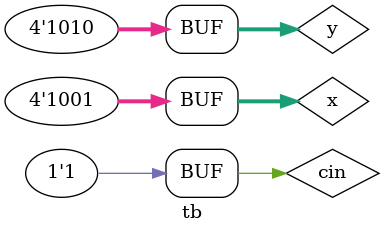
<source format=v>

module ex6(input[3:0]x,y,input cin,output [3:0]s,output ca);
wire c1,c2,c3;
fa f0(x[0],y[0],cin,s[0],c1);
fa f1(x[1],y[1],c1,s[1],c2);
fa f2(x[2],y[2],c2,s[2],c3);
fa f3(x[3],y[3],c3,s[3],ca);
endmodule

module fa(input a,b,c,output s,y);
wor y;
xor(s,a,b,c);
and(y,a,b);
and(y,a,c);
and(y,b,c);
endmodule


module tb;
reg [3:0]x,y;
reg cin;
wire [3:0]s;
wire ca;
ex6 i1(x,y,cin,s,ca);
initial begin
$display("\t\t\t x        y     cin      sum    carry");
$monitor($time,"    %b     %b     %b      %b      %b ",x,y,cin,s,ca);
 #0 x=4'b1010;y=4'b0010;cin=0;
#10 x=4'b1010;y=4'b0010;cin=1;
#10 x=4'b1001;y=4'b1010;cin=0;
#10 x=4'b1001;y=4'b1010;cin=1;
end
endmodule

</source>
